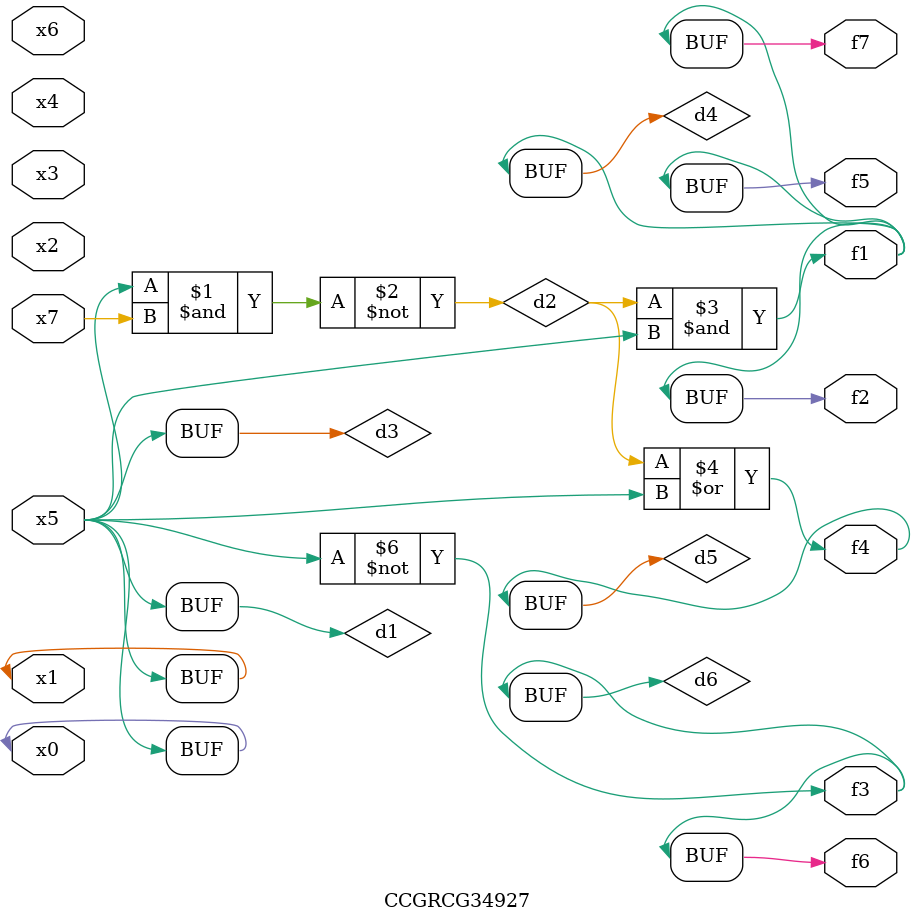
<source format=v>
module CCGRCG34927(
	input x0, x1, x2, x3, x4, x5, x6, x7,
	output f1, f2, f3, f4, f5, f6, f7
);

	wire d1, d2, d3, d4, d5, d6;

	buf (d1, x0, x5);
	nand (d2, x5, x7);
	buf (d3, x0, x1);
	and (d4, d2, d3);
	or (d5, d2, d3);
	nor (d6, d1, d3);
	assign f1 = d4;
	assign f2 = d4;
	assign f3 = d6;
	assign f4 = d5;
	assign f5 = d4;
	assign f6 = d6;
	assign f7 = d4;
endmodule

</source>
